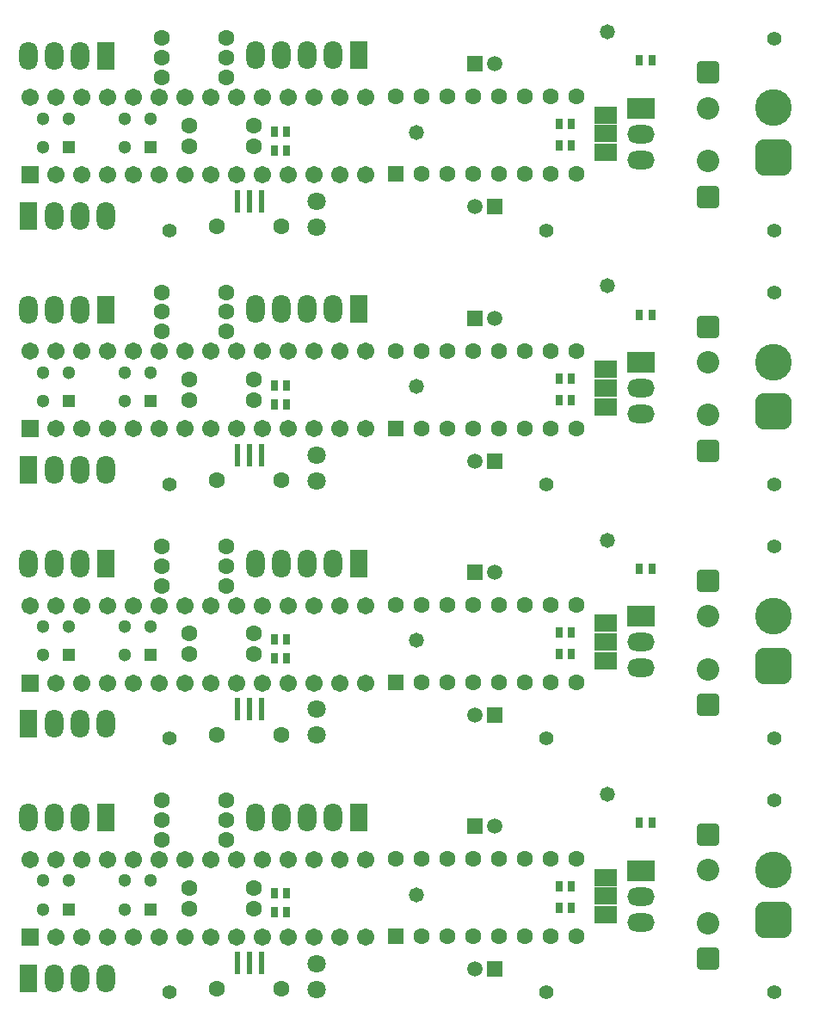
<source format=gbr>
%TF.GenerationSoftware,Altium Limited,Altium Designer,21.4.1 (30)*%
G04 Layer_Color=8388736*
%FSLAX26Y26*%
%MOIN*%
%TF.SameCoordinates,FA171619-A988-4B02-9C22-6D3C25DF24D0*%
%TF.FilePolarity,Negative*%
%TF.FileFunction,Soldermask,Top*%
%TF.Part,ProductionPanel*%
G01*
G75*
%TA.AperFunction,ComponentPad*%
%ADD28C,0.051181*%
%ADD38R,0.051181X0.051181*%
%TA.AperFunction,SMDPad,CuDef*%
%ADD40C,0.141858*%
G04:AMPARAMS|DCode=41|XSize=141.858mil|YSize=141.858mil|CornerRadius=37.465mil|HoleSize=0mil|Usage=FLASHONLY|Rotation=0.000|XOffset=0mil|YOffset=0mil|HoleType=Round|Shape=RoundedRectangle|*
%AMROUNDEDRECTD41*
21,1,0.141858,0.066929,0,0,0.0*
21,1,0.066929,0.141858,0,0,0.0*
1,1,0.074929,0.033465,-0.033465*
1,1,0.074929,-0.033465,-0.033465*
1,1,0.074929,-0.033465,0.033465*
1,1,0.074929,0.033465,0.033465*
%
%ADD41ROUNDEDRECTD41*%
%ADD42R,0.031622X0.041465*%
%ADD43R,0.086740X0.067055*%
%ADD44R,0.023748X0.086740*%
%TA.AperFunction,ComponentPad*%
%ADD45R,0.070992X0.110362*%
%ADD46O,0.070992X0.110362*%
%ADD47R,0.063118X0.063118*%
%ADD48C,0.063118*%
%ADD49R,0.059181X0.059181*%
%ADD50C,0.059181*%
%ADD51C,0.086740*%
G04:AMPARAMS|DCode=52|XSize=86.74mil|YSize=86.74mil|CornerRadius=13.842mil|HoleSize=0mil|Usage=FLASHONLY|Rotation=270.000|XOffset=0mil|YOffset=0mil|HoleType=Round|Shape=RoundedRectangle|*
%AMROUNDEDRECTD52*
21,1,0.086740,0.059055,0,0,270.0*
21,1,0.059055,0.086740,0,0,270.0*
1,1,0.027685,-0.029528,-0.029528*
1,1,0.027685,-0.029528,0.029528*
1,1,0.027685,0.029528,0.029528*
1,1,0.027685,0.029528,-0.029528*
%
%ADD52ROUNDEDRECTD52*%
%TA.AperFunction,ViaPad*%
%ADD53C,0.055244*%
%TA.AperFunction,ComponentPad*%
%ADD54C,0.063000*%
%ADD55C,0.070992*%
%ADD56O,0.106425X0.070992*%
%ADD57R,0.106425X0.078866*%
%ADD58R,0.067055X0.067055*%
%ADD59C,0.067055*%
%TA.AperFunction,ViaPad*%
%ADD60C,0.058000*%
D28*
X1037440Y554311D02*
D03*
X937441Y444075D02*
D03*
Y554311D02*
D03*
X1356440D02*
D03*
X1256440Y444075D02*
D03*
Y554311D02*
D03*
X1037440Y1538563D02*
D03*
X937441Y1428327D02*
D03*
Y1538563D02*
D03*
X1356440D02*
D03*
X1256440Y1428327D02*
D03*
Y1538563D02*
D03*
X1037440Y2522815D02*
D03*
X937441Y2412579D02*
D03*
Y2522815D02*
D03*
X1356440D02*
D03*
X1256440Y2412579D02*
D03*
Y2522815D02*
D03*
X1037440Y3507067D02*
D03*
X937441Y3396831D02*
D03*
Y3507067D02*
D03*
X1356440D02*
D03*
X1256440Y3396831D02*
D03*
Y3507067D02*
D03*
D38*
X1037440Y444075D02*
D03*
X1356440D02*
D03*
X1037440Y1428327D02*
D03*
X1356440D02*
D03*
X1037440Y2412579D02*
D03*
X1356440D02*
D03*
X1037440Y3396831D02*
D03*
X1356440D02*
D03*
D40*
X3768441Y595397D02*
D03*
Y1579649D02*
D03*
Y2563901D02*
D03*
Y3548153D02*
D03*
D41*
Y402484D02*
D03*
Y1386736D02*
D03*
Y2370988D02*
D03*
Y3355240D02*
D03*
D42*
X2985936Y448397D02*
D03*
X2936944D02*
D03*
X1882937Y504397D02*
D03*
X1833944D02*
D03*
X1882937Y431397D02*
D03*
X1833944D02*
D03*
X3298324Y778397D02*
D03*
X3249332D02*
D03*
X2985936Y532397D02*
D03*
X2936944D02*
D03*
X2985936Y1432649D02*
D03*
X2936944D02*
D03*
X1882937Y1488649D02*
D03*
X1833944D02*
D03*
X1882937Y1415649D02*
D03*
X1833944D02*
D03*
X3298324Y1762649D02*
D03*
X3249332D02*
D03*
X2985936Y1516649D02*
D03*
X2936944D02*
D03*
X2985936Y2416901D02*
D03*
X2936944D02*
D03*
X1882937Y2472901D02*
D03*
X1833944D02*
D03*
X1882937Y2399901D02*
D03*
X1833944D02*
D03*
X3298324Y2746901D02*
D03*
X3249332D02*
D03*
X2985936Y2500901D02*
D03*
X2936944D02*
D03*
X2985936Y3401153D02*
D03*
X2936944D02*
D03*
X1882937Y3457153D02*
D03*
X1833944D02*
D03*
X1882937Y3384153D02*
D03*
X1833944D02*
D03*
X3298324Y3731153D02*
D03*
X3249332D02*
D03*
X2985936Y3485153D02*
D03*
X2936944D02*
D03*
D43*
X3117441Y422031D02*
D03*
Y567031D02*
D03*
X3118441Y495031D02*
D03*
X3117441Y1406283D02*
D03*
Y1551283D02*
D03*
X3118441Y1479283D02*
D03*
X3117441Y2390535D02*
D03*
Y2535535D02*
D03*
X3118441Y2463535D02*
D03*
X3117441Y3374787D02*
D03*
Y3519787D02*
D03*
X3118441Y3447787D02*
D03*
D44*
X1691196Y234397D02*
D03*
X1738440D02*
D03*
X1785685D02*
D03*
X1691196Y1218649D02*
D03*
X1738440D02*
D03*
X1785685D02*
D03*
X1691196Y2202901D02*
D03*
X1738440D02*
D03*
X1785685D02*
D03*
X1691196Y3187153D02*
D03*
X1738440D02*
D03*
X1785685D02*
D03*
D45*
X2162669Y799153D02*
D03*
X1182417Y797972D02*
D03*
X882023Y177397D02*
D03*
X2162669Y1783405D02*
D03*
X1182417Y1782224D02*
D03*
X882023Y1161649D02*
D03*
X2162669Y2767657D02*
D03*
X1182417Y2766476D02*
D03*
X882023Y2145901D02*
D03*
X2162669Y3751909D02*
D03*
X1182417Y3750728D02*
D03*
X882023Y3130153D02*
D03*
D46*
X2062669Y799153D02*
D03*
X1962669D02*
D03*
X1862669D02*
D03*
X1762669D02*
D03*
X1082417Y797972D02*
D03*
X982417D02*
D03*
X882417D02*
D03*
X982023Y177397D02*
D03*
X1082023D02*
D03*
X1182023D02*
D03*
X2062669Y1783405D02*
D03*
X1962669D02*
D03*
X1862669D02*
D03*
X1762669D02*
D03*
X1082417Y1782224D02*
D03*
X982417D02*
D03*
X882417D02*
D03*
X982023Y1161649D02*
D03*
X1082023D02*
D03*
X1182023D02*
D03*
X2062669Y2767657D02*
D03*
X1962669D02*
D03*
X1862669D02*
D03*
X1762669D02*
D03*
X1082417Y2766476D02*
D03*
X982417D02*
D03*
X882417D02*
D03*
X982023Y2145901D02*
D03*
X1082023D02*
D03*
X1182023D02*
D03*
X2062669Y3751909D02*
D03*
X1962669D02*
D03*
X1862669D02*
D03*
X1762669D02*
D03*
X1082417Y3750728D02*
D03*
X982417D02*
D03*
X882417D02*
D03*
X982023Y3130153D02*
D03*
X1082023D02*
D03*
X1182023D02*
D03*
D47*
X2305441Y338366D02*
D03*
Y1322618D02*
D03*
Y2306870D02*
D03*
Y3291122D02*
D03*
D48*
X2405441Y338366D02*
D03*
X2505441D02*
D03*
X2605441D02*
D03*
X2705441D02*
D03*
X2805441D02*
D03*
X2905441D02*
D03*
X3005441D02*
D03*
X2305441Y638366D02*
D03*
X2405441D02*
D03*
X2505441D02*
D03*
X2605441D02*
D03*
X2705441D02*
D03*
X2805441D02*
D03*
X2905441D02*
D03*
X3005441D02*
D03*
X2405441Y1322618D02*
D03*
X2505441D02*
D03*
X2605441D02*
D03*
X2705441D02*
D03*
X2805441D02*
D03*
X2905441D02*
D03*
X3005441D02*
D03*
X2305441Y1622618D02*
D03*
X2405441D02*
D03*
X2505441D02*
D03*
X2605441D02*
D03*
X2705441D02*
D03*
X2805441D02*
D03*
X2905441D02*
D03*
X3005441D02*
D03*
X2405441Y2306870D02*
D03*
X2505441D02*
D03*
X2605441D02*
D03*
X2705441D02*
D03*
X2805441D02*
D03*
X2905441D02*
D03*
X3005441D02*
D03*
X2305441Y2606870D02*
D03*
X2405441D02*
D03*
X2505441D02*
D03*
X2605441D02*
D03*
X2705441D02*
D03*
X2805441D02*
D03*
X2905441D02*
D03*
X3005441D02*
D03*
X2405441Y3291122D02*
D03*
X2505441D02*
D03*
X2605441D02*
D03*
X2705441D02*
D03*
X2805441D02*
D03*
X2905441D02*
D03*
X3005441D02*
D03*
X2305441Y3591122D02*
D03*
X2405441D02*
D03*
X2505441D02*
D03*
X2605441D02*
D03*
X2705441D02*
D03*
X2805441D02*
D03*
X2905441D02*
D03*
X3005441D02*
D03*
D49*
X2610362Y765103D02*
D03*
X2689102Y212397D02*
D03*
X2610362Y1749355D02*
D03*
X2689102Y1196649D02*
D03*
X2610362Y2733607D02*
D03*
X2689102Y2180901D02*
D03*
X2610362Y3717859D02*
D03*
X2689102Y3165153D02*
D03*
D50*
X2689102Y765103D02*
D03*
X2610362Y212397D02*
D03*
X2689102Y1749355D02*
D03*
X2610362Y1196649D02*
D03*
X2689102Y2733607D02*
D03*
X2610362Y2180901D02*
D03*
X2689102Y3717859D02*
D03*
X2610362Y3165153D02*
D03*
D51*
X3514441Y594602D02*
D03*
X3516338Y389295D02*
D03*
X3514441Y1578854D02*
D03*
X3516338Y1373547D02*
D03*
X3514441Y2563106D02*
D03*
X3516338Y2357799D02*
D03*
X3514441Y3547358D02*
D03*
X3516338Y3342051D02*
D03*
D52*
X3514441Y732397D02*
D03*
X3516338Y251500D02*
D03*
X3514441Y1716649D02*
D03*
X3516338Y1235752D02*
D03*
X3514441Y2700901D02*
D03*
X3516338Y2220004D02*
D03*
X3514441Y3685153D02*
D03*
X3516338Y3204256D02*
D03*
D53*
X3770441Y864397D02*
D03*
X2888441Y121397D02*
D03*
X1427440D02*
D03*
X3770441D02*
D03*
Y1848649D02*
D03*
X2888441Y1105649D02*
D03*
X1427440D02*
D03*
X3770441D02*
D03*
Y2832901D02*
D03*
X2888441Y2089901D02*
D03*
X1427440D02*
D03*
X3770441D02*
D03*
Y3817153D02*
D03*
X2888441Y3074153D02*
D03*
X1427440D02*
D03*
X3770441D02*
D03*
D54*
X1398440Y789291D02*
D03*
X1648440D02*
D03*
Y713185D02*
D03*
X1398440D02*
D03*
Y865397D02*
D03*
X1648440D02*
D03*
X1860222Y136397D02*
D03*
X1610222D02*
D03*
X1503440Y447397D02*
D03*
X1753440D02*
D03*
X1503440Y527397D02*
D03*
X1753440D02*
D03*
X1398440Y1773543D02*
D03*
X1648440D02*
D03*
Y1697437D02*
D03*
X1398440D02*
D03*
Y1849649D02*
D03*
X1648440D02*
D03*
X1860222Y1120649D02*
D03*
X1610222D02*
D03*
X1503440Y1431649D02*
D03*
X1753440D02*
D03*
X1503440Y1511649D02*
D03*
X1753440D02*
D03*
X1398440Y2757795D02*
D03*
X1648440D02*
D03*
Y2681689D02*
D03*
X1398440D02*
D03*
Y2833901D02*
D03*
X1648440D02*
D03*
X1860222Y2104901D02*
D03*
X1610222D02*
D03*
X1503440Y2415901D02*
D03*
X1753440D02*
D03*
X1503440Y2495901D02*
D03*
X1753440D02*
D03*
X1398440Y3742047D02*
D03*
X1648440D02*
D03*
Y3665941D02*
D03*
X1398440D02*
D03*
Y3818153D02*
D03*
X1648440D02*
D03*
X1860222Y3089153D02*
D03*
X1610222D02*
D03*
X1503440Y3400153D02*
D03*
X1753440D02*
D03*
X1503440Y3480153D02*
D03*
X1753440D02*
D03*
D55*
X1999440Y133397D02*
D03*
Y233397D02*
D03*
Y1117649D02*
D03*
Y1217649D02*
D03*
Y2101901D02*
D03*
Y2201901D02*
D03*
Y3086153D02*
D03*
Y3186153D02*
D03*
D56*
X3255441Y393397D02*
D03*
Y493397D02*
D03*
Y1377649D02*
D03*
Y1477649D02*
D03*
Y2361901D02*
D03*
Y2461901D02*
D03*
Y3346153D02*
D03*
Y3446153D02*
D03*
D57*
Y593397D02*
D03*
Y1577649D02*
D03*
Y2561901D02*
D03*
Y3546153D02*
D03*
D58*
X889441Y336397D02*
D03*
Y1320649D02*
D03*
Y2304901D02*
D03*
Y3289153D02*
D03*
D59*
X989441Y336397D02*
D03*
X1089440D02*
D03*
X1189440D02*
D03*
X1289440D02*
D03*
X1389440D02*
D03*
X1489440D02*
D03*
X1589440D02*
D03*
X1689440D02*
D03*
X1789440D02*
D03*
X1889440D02*
D03*
X1989440D02*
D03*
X2089441D02*
D03*
X2189441D02*
D03*
X889441Y636397D02*
D03*
X989441D02*
D03*
X1089440D02*
D03*
X1189440D02*
D03*
X1289440D02*
D03*
X1389440D02*
D03*
X1489440D02*
D03*
X1589440D02*
D03*
X1689440D02*
D03*
X1789440D02*
D03*
X1889440D02*
D03*
X1989440D02*
D03*
X2089441D02*
D03*
X2189441D02*
D03*
X989441Y1320649D02*
D03*
X1089440D02*
D03*
X1189440D02*
D03*
X1289440D02*
D03*
X1389440D02*
D03*
X1489440D02*
D03*
X1589440D02*
D03*
X1689440D02*
D03*
X1789440D02*
D03*
X1889440D02*
D03*
X1989440D02*
D03*
X2089441D02*
D03*
X2189441D02*
D03*
X889441Y1620649D02*
D03*
X989441D02*
D03*
X1089440D02*
D03*
X1189440D02*
D03*
X1289440D02*
D03*
X1389440D02*
D03*
X1489440D02*
D03*
X1589440D02*
D03*
X1689440D02*
D03*
X1789440D02*
D03*
X1889440D02*
D03*
X1989440D02*
D03*
X2089441D02*
D03*
X2189441D02*
D03*
X989441Y2304901D02*
D03*
X1089440D02*
D03*
X1189440D02*
D03*
X1289440D02*
D03*
X1389440D02*
D03*
X1489440D02*
D03*
X1589440D02*
D03*
X1689440D02*
D03*
X1789440D02*
D03*
X1889440D02*
D03*
X1989440D02*
D03*
X2089441D02*
D03*
X2189441D02*
D03*
X889441Y2604901D02*
D03*
X989441D02*
D03*
X1089440D02*
D03*
X1189440D02*
D03*
X1289440D02*
D03*
X1389440D02*
D03*
X1489440D02*
D03*
X1589440D02*
D03*
X1689440D02*
D03*
X1789440D02*
D03*
X1889440D02*
D03*
X1989440D02*
D03*
X2089441D02*
D03*
X2189441D02*
D03*
X989441Y3289153D02*
D03*
X1089440D02*
D03*
X1189440D02*
D03*
X1289440D02*
D03*
X1389440D02*
D03*
X1489440D02*
D03*
X1589440D02*
D03*
X1689440D02*
D03*
X1789440D02*
D03*
X1889440D02*
D03*
X1989440D02*
D03*
X2089441D02*
D03*
X2189441D02*
D03*
X889441Y3589153D02*
D03*
X989441D02*
D03*
X1089440D02*
D03*
X1189440D02*
D03*
X1289440D02*
D03*
X1389440D02*
D03*
X1489440D02*
D03*
X1589440D02*
D03*
X1689440D02*
D03*
X1789440D02*
D03*
X1889440D02*
D03*
X1989440D02*
D03*
X2089441D02*
D03*
X2189441D02*
D03*
D60*
X3124160Y889678D02*
D03*
X2383441Y500397D02*
D03*
X3124160Y1873930D02*
D03*
X2383441Y1484649D02*
D03*
X3124160Y2858182D02*
D03*
X2383441Y2468901D02*
D03*
X3124160Y3842434D02*
D03*
X2383441Y3453153D02*
D03*
%TF.MD5,ed88fd878ad76ff42f9e223d419f789e*%
M02*

</source>
